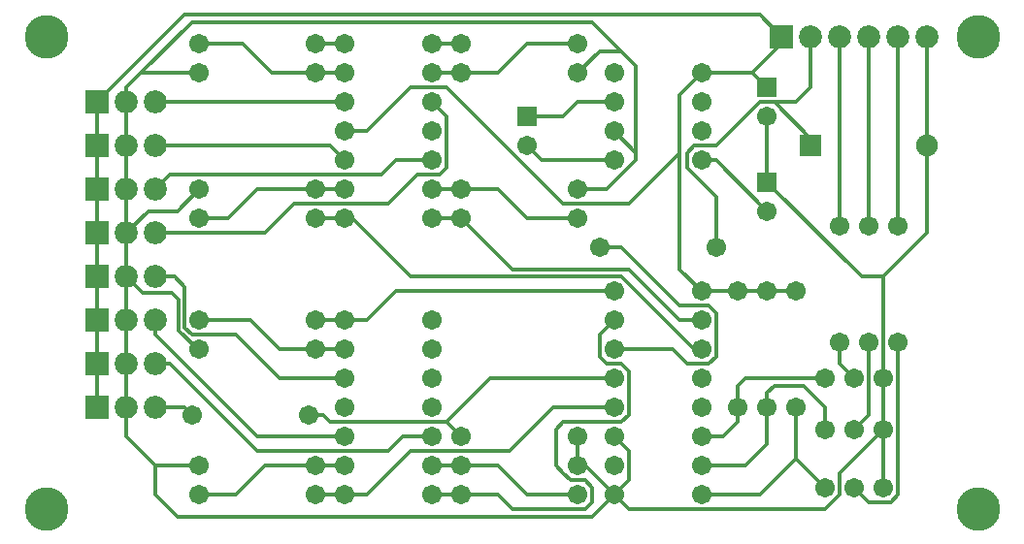
<source format=gbl>
G04 #@! TF.FileFunction,Copper,L2,Bot,Signal*
%FSLAX46Y46*%
G04 Gerber Fmt 4.6, Leading zero omitted, Abs format (unit mm)*
G04 Created by KiCad (PCBNEW 4.0.1-stable) date 11/25/16 12:52:12*
%MOMM*%
G01*
G04 APERTURE LIST*
%ADD10C,0.100000*%
%ADD11R,1.716000X1.716000*%
%ADD12C,1.716000*%
%ADD13R,1.916000X1.916000*%
%ADD14C,1.916000*%
%ADD15R,2.016000X2.016000*%
%ADD16C,2.016000*%
%ADD17C,3.800000*%
%ADD18C,0.304800*%
G04 APERTURE END LIST*
D10*
D11*
X163830000Y-88265000D03*
D12*
X163830000Y-90805000D03*
D11*
X163830000Y-96520000D03*
D12*
X163830000Y-99060000D03*
D11*
X142875000Y-90805000D03*
D12*
X142875000Y-93345000D03*
D13*
X167640520Y-93342460D03*
D14*
X177800000Y-93345000D03*
D15*
X105410000Y-89535000D03*
D16*
X107950000Y-89535000D03*
X110490000Y-89535000D03*
D15*
X105410000Y-93345000D03*
D16*
X107950000Y-93345000D03*
X110490000Y-93345000D03*
D15*
X105410000Y-97155000D03*
D16*
X107950000Y-97155000D03*
X110490000Y-97155000D03*
D15*
X105410000Y-100965000D03*
D16*
X107950000Y-100965000D03*
X110490000Y-100965000D03*
D15*
X105410000Y-104775000D03*
D16*
X107950000Y-104775000D03*
X110490000Y-104775000D03*
D15*
X105410000Y-108585000D03*
D16*
X107950000Y-108585000D03*
X110490000Y-108585000D03*
D15*
X105410000Y-112395000D03*
D16*
X107950000Y-112395000D03*
X110490000Y-112395000D03*
D15*
X105410000Y-116205000D03*
D16*
X107950000Y-116205000D03*
X110490000Y-116205000D03*
D15*
X165100000Y-83820000D03*
D16*
X167640000Y-83820000D03*
X170180000Y-83820000D03*
X172720000Y-83820000D03*
X175260000Y-83820000D03*
X177800000Y-83820000D03*
D12*
X124460000Y-84455000D03*
X114300000Y-84455000D03*
X124460000Y-86995000D03*
X114300000Y-86995000D03*
X124460000Y-99695000D03*
X114300000Y-99695000D03*
X124460000Y-97155000D03*
X114300000Y-97155000D03*
X137160000Y-99695000D03*
X147320000Y-99695000D03*
X137160000Y-97155000D03*
X147320000Y-97155000D03*
X137160000Y-84455000D03*
X147320000Y-84455000D03*
X137160000Y-86995000D03*
X147320000Y-86995000D03*
X124460000Y-108585000D03*
X114300000Y-108585000D03*
X124460000Y-111125000D03*
X114300000Y-111125000D03*
X124460000Y-123825000D03*
X114300000Y-123825000D03*
X124460000Y-121285000D03*
X114300000Y-121285000D03*
X137160000Y-123825000D03*
X147320000Y-123825000D03*
X137160000Y-121285000D03*
X147320000Y-121285000D03*
X161290000Y-106045000D03*
X161290000Y-116205000D03*
X163830000Y-106045000D03*
X163830000Y-116205000D03*
X166370000Y-106045000D03*
X166370000Y-116205000D03*
X170180000Y-100330000D03*
X170180000Y-110490000D03*
X172720000Y-100330000D03*
X172720000Y-110490000D03*
X175260000Y-100330000D03*
X175260000Y-110490000D03*
X149225000Y-102235000D03*
X159385000Y-102235000D03*
X127000000Y-84455000D03*
X127000000Y-86995000D03*
X127000000Y-89535000D03*
X127000000Y-92075000D03*
X127000000Y-94615000D03*
X127000000Y-97155000D03*
X127000000Y-99695000D03*
X134620000Y-99695000D03*
X134620000Y-97155000D03*
X134620000Y-94615000D03*
X134620000Y-92075000D03*
X134620000Y-89535000D03*
X134620000Y-86995000D03*
X134620000Y-84455000D03*
X127000000Y-108585000D03*
X127000000Y-111125000D03*
X127000000Y-113665000D03*
X127000000Y-116205000D03*
X127000000Y-118745000D03*
X127000000Y-121285000D03*
X127000000Y-123825000D03*
X134620000Y-123825000D03*
X134620000Y-121285000D03*
X134620000Y-118745000D03*
X134620000Y-116205000D03*
X134620000Y-113665000D03*
X134620000Y-111125000D03*
X134620000Y-108585000D03*
X150495000Y-106045000D03*
X150495000Y-108585000D03*
X150495000Y-111125000D03*
X150495000Y-113665000D03*
X150495000Y-116205000D03*
X150495000Y-118745000D03*
X150495000Y-121285000D03*
X150495000Y-123825000D03*
X158115000Y-123825000D03*
X158115000Y-121285000D03*
X158115000Y-118745000D03*
X158115000Y-116205000D03*
X158115000Y-113665000D03*
X158115000Y-111125000D03*
X158115000Y-108585000D03*
X158115000Y-106045000D03*
X150495000Y-86995000D03*
X150495000Y-89535000D03*
X150495000Y-92075000D03*
X150495000Y-94615000D03*
X158115000Y-94615000D03*
X158115000Y-92075000D03*
X158115000Y-89535000D03*
X158115000Y-86995000D03*
X171450000Y-113665000D03*
X168910000Y-113665000D03*
X173990000Y-113665000D03*
X171450000Y-118110000D03*
X168910000Y-118110000D03*
X173990000Y-118110000D03*
X171450000Y-123190000D03*
X168910000Y-123190000D03*
X173990000Y-123190000D03*
D17*
X100965000Y-125095000D03*
X100965000Y-83820000D03*
X182245000Y-83820000D03*
X182245000Y-125095000D03*
D12*
X113665000Y-116840000D03*
X123825000Y-116840000D03*
X137160000Y-118745000D03*
X147320000Y-118745000D03*
D18*
X105410000Y-89535000D02*
X113030000Y-81915000D01*
X163195000Y-81915000D02*
X165100000Y-83820000D01*
X113030000Y-81915000D02*
X163195000Y-81915000D01*
X127000000Y-92075000D02*
X128905000Y-92075000D01*
X151765000Y-98425000D02*
X156210000Y-93980000D01*
X146050000Y-98425000D02*
X151765000Y-98425000D01*
X135890000Y-88265000D02*
X146050000Y-98425000D01*
X132715000Y-88265000D02*
X135890000Y-88265000D01*
X128905000Y-92075000D02*
X132715000Y-88265000D01*
X158115000Y-86995000D02*
X156210000Y-88900000D01*
X156210000Y-104140000D02*
X158115000Y-106045000D01*
X156210000Y-88900000D02*
X156210000Y-93980000D01*
X156210000Y-93980000D02*
X156210000Y-104140000D01*
X165100000Y-83820000D02*
X165100000Y-84455000D01*
X165100000Y-84455000D02*
X162560000Y-86995000D01*
X158115000Y-86995000D02*
X162560000Y-86995000D01*
X162560000Y-86995000D02*
X163830000Y-88265000D01*
X166370000Y-106045000D02*
X163830000Y-106045000D01*
X163830000Y-106045000D02*
X161290000Y-106045000D01*
X161290000Y-106045000D02*
X158115000Y-106045000D01*
X105410000Y-89535000D02*
X105410000Y-93345000D01*
X105410000Y-93345000D02*
X105410000Y-97155000D01*
X105410000Y-97155000D02*
X105410000Y-100965000D01*
X105410000Y-100965000D02*
X105410000Y-104775000D01*
X105410000Y-104775000D02*
X105410000Y-108585000D01*
X105410000Y-108585000D02*
X105410000Y-112395000D01*
X105410000Y-112395000D02*
X105410000Y-116205000D01*
X147320000Y-118745000D02*
X147320000Y-121285000D01*
X110490000Y-121285000D02*
X110490000Y-123825000D01*
X148590000Y-125730000D02*
X150495000Y-123825000D01*
X112395000Y-125730000D02*
X148590000Y-125730000D01*
X110490000Y-123825000D02*
X112395000Y-125730000D01*
X114300000Y-111125000D02*
X114173000Y-111125000D01*
X114173000Y-111125000D02*
X112525198Y-109477198D01*
X109347000Y-106172000D02*
X107950000Y-104775000D01*
X111887000Y-106172000D02*
X109347000Y-106172000D01*
X112525198Y-106810198D02*
X111887000Y-106172000D01*
X112525198Y-109477198D02*
X112525198Y-106810198D01*
X150495000Y-123825000D02*
X151765000Y-125095000D01*
X151765000Y-125095000D02*
X168910000Y-125095000D01*
X168910000Y-125095000D02*
X170180000Y-123825000D01*
X170180000Y-123825000D02*
X170180000Y-121920000D01*
X170180000Y-121920000D02*
X173990000Y-118110000D01*
X150495000Y-118745000D02*
X151765000Y-120015000D01*
X151765000Y-120015000D02*
X151765000Y-122555000D01*
X151765000Y-122555000D02*
X150495000Y-123825000D01*
X147320000Y-121285000D02*
X147955000Y-121285000D01*
X147955000Y-121285000D02*
X150495000Y-123825000D01*
X163830000Y-96520000D02*
X172085000Y-104775000D01*
X172085000Y-104775000D02*
X173990000Y-104775000D01*
X163830000Y-96520000D02*
X163830000Y-90805000D01*
X177800000Y-83820000D02*
X177800000Y-93345000D01*
X177800000Y-93345000D02*
X177800000Y-100965000D01*
X177800000Y-100965000D02*
X173990000Y-104775000D01*
X173990000Y-104775000D02*
X173990000Y-113665000D01*
X173990000Y-113665000D02*
X173990000Y-118110000D01*
X173990000Y-118110000D02*
X173990000Y-123190000D01*
X114300000Y-111125000D02*
X114046000Y-111125000D01*
X114300000Y-121285000D02*
X110490000Y-121285000D01*
X107950000Y-118745000D02*
X107950000Y-116205000D01*
X110490000Y-121285000D02*
X107950000Y-118745000D01*
X109220000Y-86995000D02*
X113665000Y-82550000D01*
X113665000Y-82550000D02*
X148590000Y-82550000D01*
X148590000Y-82550000D02*
X151130000Y-85090000D01*
X147320000Y-86995000D02*
X149225000Y-85090000D01*
X149225000Y-85090000D02*
X151130000Y-85090000D01*
X152400000Y-86360000D02*
X152400000Y-93980000D01*
X151130000Y-85090000D02*
X152400000Y-86360000D01*
X147320000Y-97155000D02*
X149860000Y-97155000D01*
X152400000Y-93980000D02*
X150495000Y-92075000D01*
X152400000Y-94615000D02*
X152400000Y-93980000D01*
X149860000Y-97155000D02*
X152400000Y-94615000D01*
X114300000Y-97155000D02*
X112395000Y-99060000D01*
X109855000Y-99060000D02*
X107950000Y-100965000D01*
X112395000Y-99060000D02*
X109855000Y-99060000D01*
X114300000Y-86995000D02*
X109220000Y-86995000D01*
X107950000Y-88265000D02*
X107950000Y-89535000D01*
X109220000Y-86995000D02*
X107950000Y-88265000D01*
X107950000Y-89535000D02*
X107950000Y-93345000D01*
X107950000Y-93345000D02*
X107950000Y-97155000D01*
X107950000Y-97155000D02*
X107950000Y-100965000D01*
X107950000Y-100965000D02*
X107950000Y-104775000D01*
X107950000Y-104775000D02*
X107950000Y-108585000D01*
X107950000Y-108585000D02*
X107950000Y-112395000D01*
X107950000Y-112395000D02*
X107950000Y-116205000D01*
X158115000Y-94615000D02*
X159385000Y-94615000D01*
X159385000Y-94615000D02*
X163830000Y-99060000D01*
X142875000Y-90805000D02*
X146050000Y-90805000D01*
X147320000Y-89535000D02*
X150495000Y-89535000D01*
X146050000Y-90805000D02*
X147320000Y-89535000D01*
X150495000Y-94615000D02*
X144145000Y-94615000D01*
X144145000Y-94615000D02*
X142875000Y-93345000D01*
X167640000Y-83820000D02*
X167640000Y-88265000D01*
X166370000Y-89535000D02*
X164465000Y-89535000D01*
X167640000Y-88265000D02*
X166370000Y-89535000D01*
X167640520Y-93342460D02*
X167640520Y-92710520D01*
X167640520Y-92710520D02*
X164465000Y-89535000D01*
X164465000Y-89535000D02*
X163195000Y-89535000D01*
X163195000Y-89535000D02*
X159385000Y-93345000D01*
X159385000Y-93345000D02*
X157480000Y-93345000D01*
X157480000Y-93345000D02*
X156845000Y-93980000D01*
X156845000Y-93980000D02*
X156845000Y-95250000D01*
X156845000Y-95250000D02*
X159385000Y-97790000D01*
X159385000Y-97790000D02*
X159385000Y-102235000D01*
X150495000Y-113665000D02*
X139700000Y-113665000D01*
X139700000Y-113665000D02*
X135890000Y-117475000D01*
X123825000Y-116840000D02*
X125095000Y-116840000D01*
X135890000Y-117475000D02*
X137160000Y-118745000D01*
X125730000Y-117475000D02*
X135890000Y-117475000D01*
X125095000Y-116840000D02*
X125730000Y-117475000D01*
X170180000Y-83820000D02*
X170180000Y-100330000D01*
X172720000Y-100330000D02*
X172720000Y-83820000D01*
X175260000Y-83820000D02*
X175260000Y-100330000D01*
X170180000Y-110490000D02*
X170180000Y-112395000D01*
X170180000Y-112395000D02*
X171450000Y-113665000D01*
X172720000Y-110490000D02*
X172720000Y-116840000D01*
X172720000Y-116840000D02*
X171450000Y-118110000D01*
X175260000Y-110490000D02*
X175260000Y-123825000D01*
X172720000Y-124460000D02*
X171450000Y-123190000D01*
X174625000Y-124460000D02*
X172720000Y-124460000D01*
X175260000Y-123825000D02*
X174625000Y-124460000D01*
X124460000Y-84455000D02*
X127000000Y-84455000D01*
X127000000Y-86995000D02*
X124460000Y-86995000D01*
X124460000Y-86995000D02*
X120650000Y-86995000D01*
X120650000Y-86995000D02*
X118110000Y-84455000D01*
X118110000Y-84455000D02*
X114300000Y-84455000D01*
X127000000Y-99695000D02*
X127635000Y-99695000D01*
X127635000Y-99695000D02*
X132715000Y-104775000D01*
X151130000Y-104775000D02*
X157480000Y-111125000D01*
X132715000Y-104775000D02*
X151130000Y-104775000D01*
X157480000Y-111125000D02*
X158115000Y-111125000D01*
X127000000Y-99695000D02*
X124460000Y-99695000D01*
X124460000Y-97155000D02*
X119380000Y-97155000D01*
X114300000Y-99695000D02*
X116840000Y-99695000D01*
X119380000Y-97155000D02*
X127000000Y-97155000D01*
X116840000Y-99695000D02*
X119380000Y-97155000D01*
X158115000Y-108585000D02*
X156210000Y-108585000D01*
X141605000Y-104140000D02*
X137160000Y-99695000D01*
X151765000Y-104140000D02*
X141605000Y-104140000D01*
X156210000Y-108585000D02*
X151765000Y-104140000D01*
X137160000Y-99695000D02*
X134620000Y-99695000D01*
X134620000Y-97155000D02*
X137160000Y-97155000D01*
X137160000Y-97155000D02*
X140335000Y-97155000D01*
X140335000Y-97155000D02*
X142875000Y-99695000D01*
X142875000Y-99695000D02*
X147320000Y-99695000D01*
X134620000Y-84455000D02*
X137160000Y-84455000D01*
X134620000Y-86995000D02*
X137160000Y-86995000D01*
X137160000Y-86995000D02*
X140335000Y-86995000D01*
X140335000Y-86995000D02*
X142875000Y-84455000D01*
X142875000Y-84455000D02*
X147320000Y-84455000D01*
X127000000Y-108585000D02*
X128905000Y-108585000D01*
X131445000Y-106045000D02*
X150495000Y-106045000D01*
X128905000Y-108585000D02*
X131445000Y-106045000D01*
X124460000Y-108585000D02*
X127000000Y-108585000D01*
X127000000Y-111125000D02*
X124460000Y-111125000D01*
X124460000Y-111125000D02*
X121285000Y-111125000D01*
X121285000Y-111125000D02*
X118745000Y-108585000D01*
X118745000Y-108585000D02*
X114300000Y-108585000D01*
X150495000Y-116205000D02*
X145161000Y-116205000D01*
X145161000Y-116205000D02*
X141351000Y-120015000D01*
X127000000Y-123825000D02*
X128905000Y-123825000D01*
X128905000Y-123825000D02*
X132715000Y-120015000D01*
X132715000Y-120015000D02*
X141351000Y-120015000D01*
X124460000Y-123825000D02*
X127000000Y-123825000D01*
X124460000Y-121285000D02*
X123190000Y-121285000D01*
X114300000Y-123825000D02*
X115570000Y-123825000D01*
X115570000Y-123825000D02*
X117475000Y-123825000D01*
X120015000Y-121285000D02*
X123190000Y-121285000D01*
X123190000Y-121285000D02*
X127000000Y-121285000D01*
X117475000Y-123825000D02*
X120015000Y-121285000D01*
X146050000Y-121920000D02*
X145415000Y-121285000D01*
X146050000Y-117475000D02*
X147320000Y-117475000D01*
X145415000Y-118110000D02*
X146050000Y-117475000D01*
X145415000Y-121285000D02*
X145415000Y-118110000D01*
X137160000Y-123825000D02*
X140335000Y-123825000D01*
X149225000Y-109855000D02*
X150495000Y-108585000D01*
X147320000Y-117475000D02*
X151130000Y-117475000D01*
X151130000Y-117475000D02*
X151765000Y-116840000D01*
X151765000Y-116840000D02*
X151765000Y-113030000D01*
X151765000Y-113030000D02*
X151130000Y-112395000D01*
X151130000Y-112395000D02*
X149860000Y-112395000D01*
X149860000Y-112395000D02*
X149225000Y-111760000D01*
X149225000Y-111760000D02*
X149225000Y-109855000D01*
X146685000Y-122555000D02*
X146050000Y-121920000D01*
X147955000Y-122555000D02*
X146685000Y-122555000D01*
X148590000Y-123190000D02*
X147955000Y-122555000D01*
X148590000Y-124460000D02*
X148590000Y-123190000D01*
X147955000Y-125095000D02*
X148590000Y-124460000D01*
X141605000Y-125095000D02*
X147955000Y-125095000D01*
X140335000Y-123825000D02*
X141605000Y-125095000D01*
X134620000Y-123825000D02*
X137160000Y-123825000D01*
X134620000Y-121285000D02*
X137160000Y-121285000D01*
X137160000Y-121285000D02*
X140335000Y-121285000D01*
X140335000Y-121285000D02*
X142875000Y-123825000D01*
X142875000Y-123825000D02*
X147320000Y-123825000D01*
X161290000Y-116205000D02*
X161290000Y-117475000D01*
X160020000Y-118745000D02*
X158115000Y-118745000D01*
X161290000Y-117475000D02*
X160020000Y-118745000D01*
X168910000Y-113665000D02*
X161925000Y-113665000D01*
X161290000Y-114300000D02*
X161290000Y-116205000D01*
X161925000Y-113665000D02*
X161290000Y-114300000D01*
X158115000Y-121285000D02*
X161925000Y-121285000D01*
X163830000Y-119380000D02*
X163830000Y-116205000D01*
X161925000Y-121285000D02*
X163830000Y-119380000D01*
X168910000Y-118110000D02*
X168910000Y-116205000D01*
X163830000Y-114935000D02*
X163830000Y-116205000D01*
X164465000Y-114300000D02*
X163830000Y-114935000D01*
X167005000Y-114300000D02*
X164465000Y-114300000D01*
X168910000Y-116205000D02*
X167005000Y-114300000D01*
X158115000Y-123825000D02*
X163195000Y-123825000D01*
X163195000Y-123825000D02*
X166370000Y-120650000D01*
X166370000Y-116205000D02*
X166370000Y-120650000D01*
X166370000Y-120650000D02*
X168910000Y-123190000D01*
X149225000Y-102235000D02*
X151130000Y-102235000D01*
X155575000Y-111125000D02*
X150495000Y-111125000D01*
X156845000Y-112395000D02*
X155575000Y-111125000D01*
X158750000Y-112395000D02*
X156845000Y-112395000D01*
X159385000Y-111760000D02*
X158750000Y-112395000D01*
X159385000Y-107950000D02*
X159385000Y-111760000D01*
X158750000Y-107315000D02*
X159385000Y-107950000D01*
X156210000Y-107315000D02*
X158750000Y-107315000D01*
X151130000Y-102235000D02*
X156210000Y-107315000D01*
X127000000Y-89535000D02*
X110490000Y-89535000D01*
X110490000Y-93345000D02*
X125730000Y-93345000D01*
X125730000Y-93345000D02*
X127000000Y-94615000D01*
X134620000Y-94615000D02*
X131445000Y-94615000D01*
X111760000Y-95885000D02*
X110490000Y-97155000D01*
X130175000Y-95885000D02*
X111760000Y-95885000D01*
X131445000Y-94615000D02*
X130175000Y-95885000D01*
X110490000Y-100965000D02*
X120015000Y-100965000D01*
X135890000Y-90805000D02*
X134620000Y-89535000D01*
X135890000Y-95250000D02*
X135890000Y-90805000D01*
X135255000Y-95885000D02*
X135890000Y-95250000D01*
X133350000Y-95885000D02*
X135255000Y-95885000D01*
X130810000Y-98425000D02*
X133350000Y-95885000D01*
X122555000Y-98425000D02*
X130810000Y-98425000D01*
X120015000Y-100965000D02*
X122555000Y-98425000D01*
X110490000Y-104775000D02*
X112141000Y-104775000D01*
X121285000Y-113665000D02*
X127000000Y-113665000D01*
X117475000Y-109855000D02*
X121285000Y-113665000D01*
X113665000Y-109855000D02*
X117475000Y-109855000D01*
X113030000Y-109220000D02*
X113665000Y-109855000D01*
X113030000Y-105664000D02*
X113030000Y-109220000D01*
X112141000Y-104775000D02*
X113030000Y-105664000D01*
X110490000Y-108585000D02*
X110490000Y-109855000D01*
X119380000Y-118745000D02*
X127000000Y-118745000D01*
X110490000Y-109855000D02*
X119380000Y-118745000D01*
X110490000Y-112395000D02*
X111760000Y-112395000D01*
X111760000Y-112395000D02*
X119380000Y-120015000D01*
X130810000Y-120015000D02*
X132080000Y-118745000D01*
X132080000Y-118745000D02*
X134620000Y-118745000D01*
X119380000Y-120015000D02*
X130810000Y-120015000D01*
X110490000Y-116205000D02*
X113030000Y-116205000D01*
X113030000Y-116205000D02*
X113665000Y-116840000D01*
M02*

</source>
